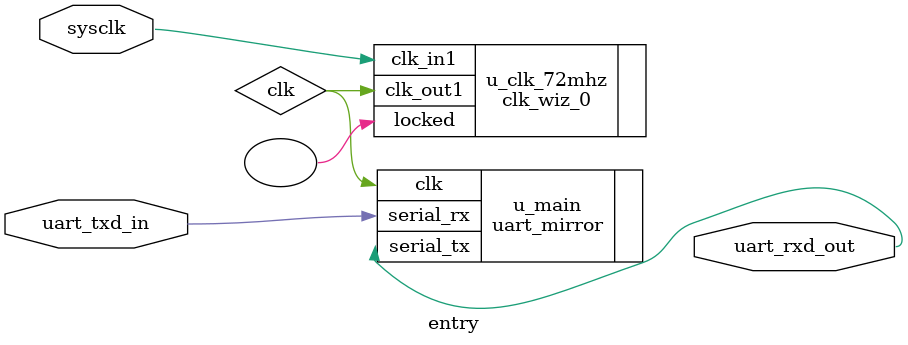
<source format=sv>
module entry(
    input sysclk,
    input uart_txd_in,
    output uart_rxd_out
    );

    localparam int Baud = 921600;
    localparam real ClkPeriodNs = 13.8888;

    localparam real BaudLength = 1000000000.00 / Baud;
    localparam real ClksPerBit = BaudLength / ClkPeriodNs;

    wire clk;

    clk_wiz_0 u_clk_72mhz (
        .clk_in1(sysclk),
        .clk_out1(clk),
        .locked()
    );

    uart_mirror #(.CLKS_PER_BIT(ClksPerBit)) u_main (
        .clk(clk),
        .serial_rx(uart_txd_in),
        .serial_tx(uart_rxd_out)
    );

endmodule

</source>
